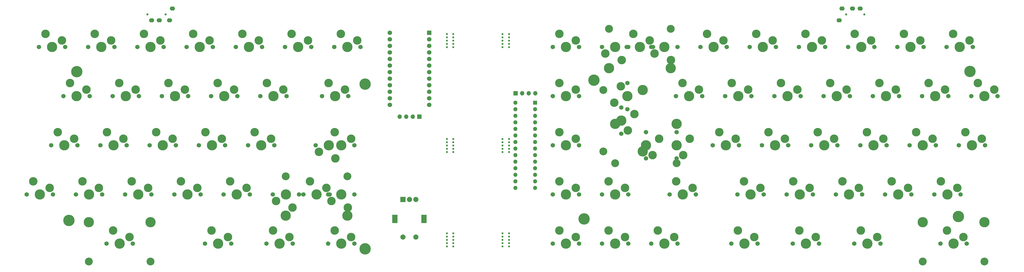
<source format=gbr>
G04 #@! TF.GenerationSoftware,KiCad,Pcbnew,(6.0.5)*
G04 #@! TF.CreationDate,2022-11-06T23:12:43-06:00*
G04 #@! TF.ProjectId,kintsugi_v2,6b696e74-7375-4676-995f-76322e6b6963,rev?*
G04 #@! TF.SameCoordinates,Original*
G04 #@! TF.FileFunction,Soldermask,Bot*
G04 #@! TF.FilePolarity,Negative*
%FSLAX46Y46*%
G04 Gerber Fmt 4.6, Leading zero omitted, Abs format (unit mm)*
G04 Created by KiCad (PCBNEW (6.0.5)) date 2022-11-06 23:12:43*
%MOMM*%
%LPD*%
G01*
G04 APERTURE LIST*
%ADD10C,1.701800*%
%ADD11C,3.302000*%
%ADD12C,3.987800*%
%ADD13C,4.400000*%
%ADD14C,3.048000*%
%ADD15C,0.787400*%
%ADD16R,1.700000X1.700000*%
%ADD17O,1.700000X1.700000*%
%ADD18R,2.000000X2.000000*%
%ADD19C,2.000000*%
%ADD20R,2.000000X3.200000*%
%ADD21C,0.800000*%
%ADD22O,2.000000X1.600000*%
%ADD23R,1.600000X1.600000*%
%ADD24O,1.600000X1.600000*%
%ADD25R,1.752600X1.752600*%
%ADD26C,1.752600*%
G04 APERTURE END LIST*
D10*
X298767500Y-129381250D03*
X288607500Y-129381250D03*
D11*
X291147500Y-124301250D03*
D12*
X293687500Y-129381250D03*
D11*
X297497500Y-126841250D03*
X116050644Y-105254028D03*
D10*
X123670644Y-110334028D03*
X113510644Y-110334028D03*
D11*
X122400644Y-107794028D03*
D12*
X118590644Y-110334028D03*
D10*
X374967500Y-129381250D03*
D11*
X367347500Y-124301250D03*
X373697500Y-126841250D03*
D10*
X364807500Y-129381250D03*
D12*
X369887500Y-129381250D03*
D10*
X92079394Y-167484028D03*
D11*
X100969394Y-164944028D03*
D10*
X102239394Y-167484028D03*
D11*
X94619394Y-162404028D03*
D12*
X97159394Y-167484028D03*
X75728144Y-129384028D03*
D10*
X80808144Y-129384028D03*
X70648144Y-129384028D03*
D11*
X73188144Y-124304028D03*
X79538144Y-126844028D03*
D12*
X346075000Y-91281250D03*
D10*
X351155000Y-91281250D03*
D11*
X349885000Y-88741250D03*
D10*
X340995000Y-91281250D03*
D11*
X343535000Y-86201250D03*
D10*
X331470000Y-110331250D03*
D11*
X334010000Y-105251250D03*
D12*
X336550000Y-110331250D03*
D11*
X340360000Y-107791250D03*
D10*
X341630000Y-110331250D03*
D13*
X388115972Y-100759821D03*
D10*
X80173144Y-148434028D03*
D12*
X85253144Y-148434028D03*
D10*
X90333144Y-148434028D03*
D11*
X82713144Y-143354028D03*
X89063144Y-145894028D03*
D12*
X248412000Y-99536250D03*
D11*
X257810000Y-86201250D03*
D12*
X260350000Y-91281250D03*
D11*
X264160000Y-88741250D03*
D14*
X248412000Y-84296250D03*
X272288000Y-84296250D03*
D10*
X265430000Y-91281250D03*
X255270000Y-91281250D03*
D12*
X272288000Y-99536250D03*
D10*
X236855000Y-110331250D03*
X226695000Y-110331250D03*
D11*
X235585000Y-107791250D03*
X229235000Y-105251250D03*
D12*
X231775000Y-110331250D03*
D15*
X209746496Y-167306330D03*
X209746496Y-168576330D03*
X209746496Y-164766330D03*
X209746496Y-166036330D03*
X209746496Y-163496330D03*
D12*
X327025000Y-91281250D03*
D11*
X324485000Y-86201250D03*
D10*
X332105000Y-91281250D03*
D11*
X330835000Y-88741250D03*
D10*
X321945000Y-91281250D03*
X226695000Y-91281250D03*
X236855000Y-91281250D03*
D11*
X229235000Y-86201250D03*
D12*
X231775000Y-91281250D03*
D11*
X235585000Y-88741250D03*
X385603750Y-164941250D03*
D10*
X376713750Y-167481250D03*
X386873750Y-167481250D03*
D14*
X369855750Y-174466250D03*
D11*
X379253750Y-162401250D03*
D12*
X393731750Y-159226250D03*
X381793750Y-167481250D03*
D14*
X393731750Y-174466250D03*
D12*
X369855750Y-159226250D03*
D13*
X154051000Y-169545000D03*
D10*
X61123144Y-148434028D03*
D11*
X63663144Y-143354028D03*
X70013144Y-145894028D03*
D12*
X66203144Y-148434028D03*
D10*
X71283144Y-148434028D03*
X53979394Y-167484028D03*
D12*
X70997394Y-159229028D03*
D10*
X64139394Y-167484028D03*
D11*
X62869394Y-164944028D03*
D14*
X47121394Y-174469028D03*
D12*
X47121394Y-159229028D03*
X59059394Y-167484028D03*
D14*
X70997394Y-174469028D03*
D11*
X56519394Y-162404028D03*
D10*
X394017500Y-129381250D03*
D12*
X388937500Y-129381250D03*
D11*
X386397500Y-124301250D03*
D10*
X383857500Y-129381250D03*
D11*
X392747500Y-126841250D03*
D10*
X317817500Y-129381250D03*
D12*
X312737500Y-129381250D03*
D11*
X316547500Y-126841250D03*
D10*
X307657500Y-129381250D03*
D11*
X310197500Y-124301250D03*
D12*
X104303144Y-148434028D03*
D10*
X109383144Y-148434028D03*
D11*
X108113144Y-145894028D03*
X101763144Y-143354028D03*
D10*
X99223144Y-148434028D03*
X253206250Y-124936250D03*
X253206250Y-114776250D03*
D11*
X258286250Y-117316250D03*
D12*
X253206250Y-119856250D03*
D11*
X255746250Y-123666250D03*
D15*
X188193537Y-88858006D03*
X188193537Y-90128006D03*
X188193537Y-86318006D03*
X188193537Y-87588006D03*
X188193537Y-91398006D03*
D10*
X274637500Y-134461250D03*
D11*
X277177500Y-133191250D03*
D12*
X274637500Y-129381250D03*
D11*
X279717500Y-126841250D03*
D10*
X274637500Y-124301250D03*
D11*
X265271250Y-133191250D03*
X267811250Y-126841250D03*
D10*
X262731250Y-134461250D03*
D12*
X262731250Y-129381250D03*
D10*
X262731250Y-124301250D03*
D11*
X292735000Y-88741250D03*
D10*
X283845000Y-91281250D03*
X294005000Y-91281250D03*
D12*
X288925000Y-91281250D03*
D11*
X286385000Y-86201250D03*
D10*
X264795000Y-91281250D03*
X274955000Y-91281250D03*
D11*
X272415000Y-96361250D03*
D12*
X269875000Y-91281250D03*
D11*
X266065000Y-93821250D03*
D15*
X209716500Y-87592834D03*
X209716500Y-91402834D03*
X209716500Y-86322834D03*
X209716500Y-88862834D03*
X209716500Y-90132834D03*
X207236644Y-128216637D03*
X207236644Y-126946637D03*
X207236644Y-130756637D03*
X207236644Y-132026637D03*
X207236644Y-129486637D03*
D11*
X248285000Y-143351250D03*
X254635000Y-145891250D03*
D12*
X250825000Y-148431250D03*
D10*
X245745000Y-148431250D03*
X255905000Y-148431250D03*
D11*
X112875644Y-88744028D03*
D10*
X103985644Y-91284028D03*
D11*
X106525644Y-86204028D03*
D10*
X114145644Y-91284028D03*
D12*
X109065644Y-91284028D03*
D10*
X56360644Y-110334028D03*
D11*
X58900644Y-105254028D03*
X65250644Y-107794028D03*
D12*
X61440644Y-110334028D03*
D10*
X66520644Y-110334028D03*
D11*
X77950644Y-105254028D03*
X84300644Y-107794028D03*
D10*
X75410644Y-110334028D03*
X85570644Y-110334028D03*
D12*
X80490644Y-110334028D03*
D10*
X37310644Y-110334028D03*
D12*
X42390644Y-110334028D03*
D10*
X47470644Y-110334028D03*
D11*
X39850644Y-105254028D03*
X46200644Y-107794028D03*
D10*
X226695000Y-129381250D03*
X236855000Y-129381250D03*
D11*
X229235000Y-124301250D03*
X235585000Y-126841250D03*
D12*
X231775000Y-129381250D03*
D15*
X188193537Y-132026637D03*
X188193537Y-130756637D03*
X188193537Y-129486637D03*
X188193537Y-128216637D03*
X188193537Y-126946637D03*
D10*
X345757500Y-129381250D03*
X355917500Y-129381250D03*
D11*
X348297500Y-124301250D03*
D12*
X350837500Y-129381250D03*
D11*
X354647500Y-126841250D03*
D10*
X245745000Y-167481250D03*
D12*
X250825000Y-167481250D03*
D11*
X248285000Y-162401250D03*
X254635000Y-164941250D03*
D10*
X255905000Y-167481250D03*
D11*
X118431894Y-162404028D03*
D10*
X126051894Y-167484028D03*
X115891894Y-167484028D03*
D11*
X124781894Y-164944028D03*
D12*
X120971894Y-167484028D03*
D10*
X355282500Y-148431250D03*
D11*
X357822500Y-143351250D03*
X364172500Y-145891250D03*
D10*
X365442500Y-148431250D03*
D12*
X360362500Y-148431250D03*
D10*
X350520000Y-110331250D03*
X360680000Y-110331250D03*
D12*
X355600000Y-110331250D03*
D11*
X353060000Y-105251250D03*
X359410000Y-107791250D03*
D12*
X32865644Y-91284028D03*
D11*
X36675644Y-88744028D03*
X30325644Y-86204028D03*
D10*
X27785644Y-91284028D03*
X37945644Y-91284028D03*
D13*
X39370000Y-158496000D03*
X154051000Y-105664000D03*
D11*
X304641250Y-164941250D03*
D10*
X295751250Y-167481250D03*
D11*
X298291250Y-162401250D03*
D10*
X305911250Y-167481250D03*
D12*
X300831250Y-167481250D03*
X379412500Y-148431250D03*
D10*
X374332500Y-148431250D03*
D11*
X383222500Y-145891250D03*
X376872500Y-143351250D03*
D10*
X384492500Y-148431250D03*
D11*
X280828750Y-145891250D03*
D12*
X277018750Y-148431250D03*
D11*
X274478750Y-143351250D03*
D10*
X282098750Y-148431250D03*
X271938750Y-148431250D03*
D13*
X42418000Y-100838000D03*
X383667000Y-156972000D03*
D11*
X314960000Y-105251250D03*
D12*
X317500000Y-110331250D03*
D10*
X312420000Y-110331250D03*
X322580000Y-110331250D03*
D11*
X321310000Y-107791250D03*
D13*
X238756729Y-157937854D03*
D15*
X185666943Y-168556278D03*
X185666943Y-163476278D03*
X185666943Y-164746278D03*
X185666943Y-167286278D03*
X185666943Y-166016278D03*
D10*
X89698144Y-129384028D03*
D12*
X94778144Y-129384028D03*
D11*
X92238144Y-124304028D03*
D10*
X99858144Y-129384028D03*
D11*
X98588144Y-126844028D03*
X267335000Y-162401250D03*
D10*
X274955000Y-167481250D03*
D12*
X269875000Y-167481250D03*
D10*
X264795000Y-167481250D03*
D11*
X273685000Y-164941250D03*
X329247500Y-124301250D03*
D10*
X336867500Y-129381250D03*
X326707500Y-129381250D03*
D11*
X335597500Y-126841250D03*
D12*
X331787500Y-129381250D03*
D11*
X125893144Y-153514028D03*
D10*
X118273144Y-148434028D03*
D12*
X123353144Y-148434028D03*
D11*
X119543144Y-150974028D03*
D10*
X128433144Y-148434028D03*
D12*
X231775000Y-167481250D03*
D11*
X229235000Y-162401250D03*
D10*
X236855000Y-167481250D03*
D11*
X235585000Y-164941250D03*
D10*
X226695000Y-167481250D03*
D15*
X209716938Y-130770933D03*
X209716938Y-129500933D03*
X209716938Y-128230933D03*
X209716938Y-132040933D03*
X209716938Y-126960933D03*
D11*
X136211894Y-131924028D03*
D10*
X145101894Y-129384028D03*
X134941894Y-129384028D03*
D11*
X142561894Y-134464028D03*
D12*
X140021894Y-129384028D03*
D11*
X140974394Y-150974028D03*
D12*
X144784394Y-148434028D03*
D11*
X147324394Y-153514028D03*
D10*
X139704394Y-148434028D03*
X149864394Y-148434028D03*
D11*
X148594394Y-126844028D03*
D12*
X144784394Y-129384028D03*
D10*
X149864394Y-129384028D03*
X139704394Y-129384028D03*
D11*
X142244394Y-124304028D03*
D10*
X51598144Y-129384028D03*
X61758144Y-129384028D03*
D11*
X54138144Y-124304028D03*
X60488144Y-126844028D03*
D12*
X56678144Y-129384028D03*
D11*
X247015000Y-93821250D03*
D10*
X255905000Y-91281250D03*
X245745000Y-91281250D03*
D11*
X253365000Y-96361250D03*
D12*
X250825000Y-91281250D03*
X393700000Y-110331250D03*
D11*
X391160000Y-105251250D03*
D10*
X398780000Y-110331250D03*
D11*
X397510000Y-107791250D03*
D10*
X388620000Y-110331250D03*
X23023144Y-148434028D03*
D11*
X31913144Y-145894028D03*
D12*
X28103144Y-148434028D03*
D11*
X25563144Y-143354028D03*
D10*
X33183144Y-148434028D03*
X32548144Y-129384028D03*
D11*
X41438144Y-126844028D03*
D10*
X42708144Y-129384028D03*
D12*
X37628144Y-129384028D03*
D11*
X35088144Y-124304028D03*
X319722500Y-143351250D03*
X326072500Y-145891250D03*
D10*
X327342500Y-148431250D03*
D12*
X322262500Y-148431250D03*
D10*
X317182500Y-148431250D03*
X118908144Y-129384028D03*
D11*
X111288144Y-124304028D03*
D12*
X113828144Y-129384028D03*
D10*
X108748144Y-129384028D03*
D11*
X117638144Y-126844028D03*
D12*
X51915644Y-91284028D03*
D11*
X49375644Y-86204028D03*
D10*
X46835644Y-91284028D03*
D11*
X55725644Y-88744028D03*
D10*
X56995644Y-91284028D03*
D12*
X341312500Y-148431250D03*
D11*
X345122500Y-145891250D03*
D10*
X346392500Y-148431250D03*
X336232500Y-148431250D03*
D11*
X338772500Y-143351250D03*
D10*
X319563750Y-167481250D03*
X329723750Y-167481250D03*
D11*
X322103750Y-162401250D03*
D12*
X324643750Y-167481250D03*
D11*
X328453750Y-164941250D03*
D10*
X65885644Y-91284028D03*
D11*
X74775644Y-88744028D03*
D12*
X70965644Y-91284028D03*
D10*
X76045644Y-91284028D03*
D11*
X68425644Y-86204028D03*
D15*
X207188798Y-163496330D03*
X207188798Y-168576330D03*
X207188798Y-167306330D03*
X207188798Y-166036330D03*
X207188798Y-164766330D03*
X185708687Y-128216637D03*
X185708687Y-132026637D03*
X185708687Y-126946637D03*
X185708687Y-129486637D03*
X185708687Y-130756637D03*
D11*
X93825644Y-88744028D03*
D12*
X90015644Y-91284028D03*
D10*
X84935644Y-91284028D03*
D11*
X87475644Y-86204028D03*
D10*
X95095644Y-91284028D03*
D15*
X188155441Y-163502354D03*
X188155441Y-168582354D03*
X188155441Y-164772354D03*
X188155441Y-166042354D03*
X188155441Y-167312354D03*
D12*
X99540644Y-110334028D03*
D11*
X103350644Y-107794028D03*
X97000644Y-105254028D03*
D10*
X94460644Y-110334028D03*
X104620644Y-110334028D03*
D12*
X365125000Y-91281250D03*
D10*
X370205000Y-91281250D03*
D11*
X362585000Y-86201250D03*
X368935000Y-88741250D03*
D10*
X360045000Y-91281250D03*
D12*
X384175000Y-91281250D03*
D11*
X387985000Y-88741250D03*
D10*
X389255000Y-91281250D03*
X379095000Y-91281250D03*
D11*
X381635000Y-86201250D03*
D15*
X207236644Y-88858006D03*
X207236644Y-86318006D03*
X207236644Y-91398006D03*
X207236644Y-90128006D03*
X207236644Y-87588006D03*
X185708687Y-90134901D03*
X185708687Y-87594901D03*
X185708687Y-88864901D03*
X185708687Y-91404901D03*
X185708687Y-86324901D03*
D12*
X142403144Y-110334028D03*
D10*
X147483144Y-110334028D03*
D11*
X139863144Y-105254028D03*
D10*
X137323144Y-110334028D03*
D11*
X146213144Y-107794028D03*
D12*
X298450000Y-110331250D03*
D10*
X293370000Y-110331250D03*
D11*
X295910000Y-105251250D03*
X302260000Y-107791250D03*
D10*
X303530000Y-110331250D03*
D11*
X132719394Y-143354028D03*
D14*
X123321394Y-141449028D03*
D10*
X140339394Y-148434028D03*
X130179394Y-148434028D03*
D12*
X123321394Y-156689028D03*
X135259394Y-148434028D03*
X147197394Y-156689028D03*
D14*
X147197394Y-141449028D03*
D11*
X139069394Y-145894028D03*
D13*
X242570000Y-104140000D03*
D10*
X298132500Y-148431250D03*
X308292500Y-148431250D03*
D11*
X307022500Y-145891250D03*
D12*
X303212500Y-148431250D03*
D11*
X300672500Y-143351250D03*
X131925644Y-88744028D03*
D12*
X128115644Y-91284028D03*
D10*
X123035644Y-91284028D03*
X133195644Y-91284028D03*
D11*
X125575644Y-86204028D03*
D10*
X226695000Y-148431250D03*
D12*
X231775000Y-148431250D03*
D11*
X235585000Y-145891250D03*
D10*
X236855000Y-148431250D03*
D11*
X229235000Y-143351250D03*
D10*
X343376250Y-167481250D03*
X353536250Y-167481250D03*
D11*
X352266250Y-164941250D03*
D12*
X348456250Y-167481250D03*
D11*
X345916250Y-162401250D03*
D12*
X255587500Y-110331250D03*
D11*
X250507500Y-112871250D03*
D10*
X255587500Y-115411250D03*
D11*
X253047500Y-106521250D03*
D10*
X255587500Y-105251250D03*
D11*
X372110000Y-105251250D03*
D12*
X374650000Y-110331250D03*
D10*
X369570000Y-110331250D03*
X379730000Y-110331250D03*
D11*
X378460000Y-107791250D03*
D10*
X274320000Y-110331250D03*
D11*
X276860000Y-105251250D03*
D10*
X284480000Y-110331250D03*
D11*
X283210000Y-107791250D03*
D12*
X279400000Y-110331250D03*
D11*
X44613144Y-143354028D03*
X50963144Y-145894028D03*
D12*
X47153144Y-148434028D03*
D10*
X52233144Y-148434028D03*
X42073144Y-148434028D03*
D11*
X150975644Y-88744028D03*
D10*
X142085644Y-91284028D03*
D11*
X144625644Y-86204028D03*
D12*
X147165644Y-91284028D03*
D10*
X152245644Y-91284028D03*
D11*
X305435000Y-86201250D03*
X311785000Y-88741250D03*
D12*
X307975000Y-91281250D03*
D10*
X302895000Y-91281250D03*
X313055000Y-91281250D03*
D11*
X142244394Y-162404028D03*
X148594394Y-164944028D03*
D10*
X149864394Y-167484028D03*
X139704394Y-167484028D03*
D12*
X144784394Y-167484028D03*
D16*
X175000394Y-118271528D03*
D17*
X172460394Y-118271528D03*
X169920394Y-118271528D03*
X167380394Y-118271528D03*
D18*
X168700394Y-150423278D03*
D19*
X173700394Y-150423278D03*
X171200394Y-150423278D03*
D20*
X165600394Y-157923278D03*
X176800394Y-157923278D03*
D19*
X173700394Y-164923278D03*
X168700394Y-164923278D03*
D16*
X212258750Y-109283500D03*
D17*
X214798750Y-109283500D03*
X217338750Y-109283500D03*
X219878750Y-109283500D03*
D21*
X69786769Y-78679070D03*
X76786769Y-78679070D03*
D22*
X74386769Y-80979070D03*
X71386769Y-80979070D03*
X79486769Y-76379070D03*
X78386769Y-80979070D03*
D23*
X219858750Y-112849500D03*
D24*
X219858750Y-115389500D03*
X219858750Y-117929500D03*
X219858750Y-120469500D03*
X219858750Y-123009500D03*
X219858750Y-125549500D03*
X219858750Y-128089500D03*
X219858750Y-130629500D03*
X219858750Y-133169500D03*
X219858750Y-135709500D03*
X219858750Y-138249500D03*
X219858750Y-140789500D03*
X219858750Y-143329500D03*
X219858750Y-145869500D03*
X212238750Y-145869500D03*
X212238750Y-143329500D03*
X212238750Y-140789500D03*
X212238750Y-138249500D03*
X212238750Y-135709500D03*
X212238750Y-133169500D03*
X212238750Y-130629500D03*
X212238750Y-128089500D03*
X212238750Y-125549500D03*
X212238750Y-123009500D03*
X212238750Y-120469500D03*
X212238750Y-117929500D03*
X212238750Y-115389500D03*
X212238750Y-112849500D03*
D21*
X347254262Y-78677847D03*
X340254262Y-78677847D03*
D22*
X342654262Y-76377847D03*
X345654262Y-76377847D03*
X337554262Y-80977847D03*
X338654262Y-76377847D03*
D25*
X178820394Y-85791278D03*
D26*
X178820394Y-88331278D03*
X178820394Y-90871278D03*
X178820394Y-93411278D03*
X178820394Y-95951278D03*
X178820394Y-98491278D03*
X178820394Y-101031278D03*
X178820394Y-103571278D03*
X178820394Y-106111278D03*
X178820394Y-108651278D03*
X178820394Y-111191278D03*
X178820394Y-113731278D03*
X163580394Y-113731278D03*
X163580394Y-111191278D03*
X163580394Y-108651278D03*
X163580394Y-106111278D03*
X163580394Y-103571278D03*
X163580394Y-101031278D03*
X163580394Y-98491278D03*
X163580394Y-95951278D03*
X163580394Y-93411278D03*
X163580394Y-90871278D03*
X163580394Y-88331278D03*
X163580394Y-85791278D03*
D14*
X274637500Y-136366250D03*
X250825000Y-136366250D03*
D12*
X250825000Y-121126250D03*
X274637500Y-121126250D03*
X261461250Y-107950000D03*
X261461250Y-131762500D03*
D14*
X246221250Y-107950000D03*
X246221250Y-131762500D03*
M02*

</source>
